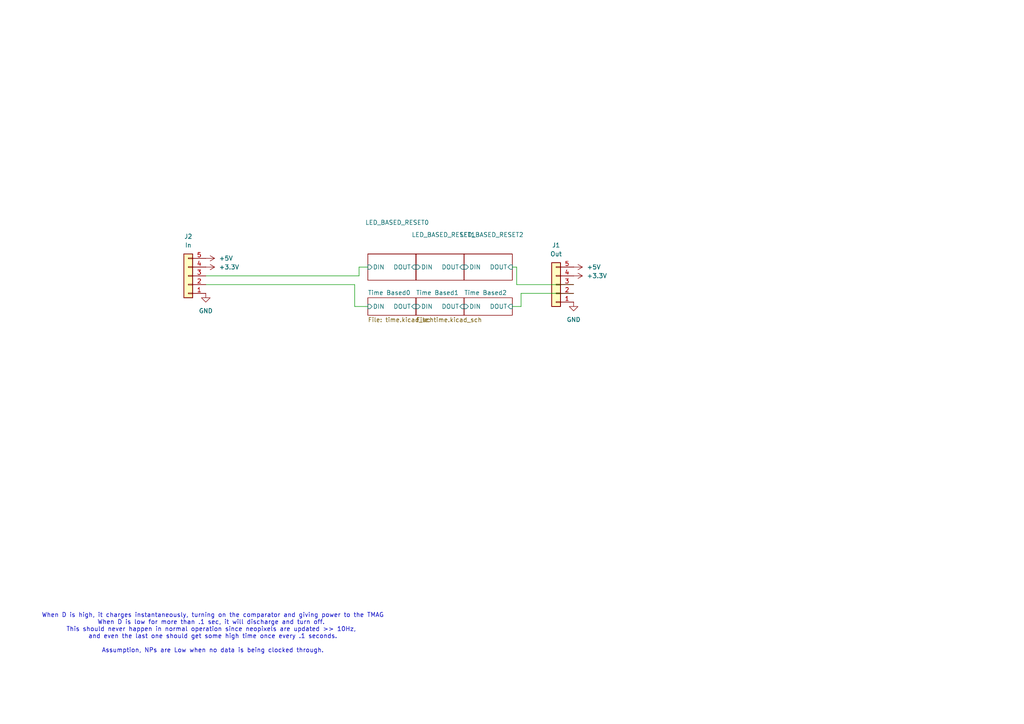
<source format=kicad_sch>
(kicad_sch (version 20231120) (generator "eeschema") (generator_version "8.0")
  (paper "A4")
  (lib_symbols
    (symbol "Connector_Generic:Conn_01x05" (pin_names (offset 1.016) hide)
      (property "Reference" "J" (at 0 7.62 0))
      (property "Value" "Conn_01x05" (at 0 -7.62 0))
      (symbol "Conn_01x05_1_1"
        (rectangle (start -1.27 -4.953) (end 0 -5.207) (stroke (width 0.1524)))
        (rectangle (start -1.27 -2.413) (end 0 -2.667) (stroke (width 0.1524)))
        (rectangle (start -1.27 0.127) (end 0 -0.127) (stroke (width 0.1524)))
        (rectangle (start -1.27 2.667) (end 0 2.413) (stroke (width 0.1524)))
        (rectangle (start -1.27 5.207) (end 0 4.953) (stroke (width 0.1524)))
        (rectangle (start -1.27 6.35) (end 1.27 -6.35) (stroke (width 0.254)) (fill (type background)))
        (pin passive line (at -5.08 5.08 0) (length 3.81) (name "Pin_1") (number "1"))
        (pin passive line (at -5.08 2.54 0) (length 3.81) (name "Pin_2") (number "2"))
        (pin passive line (at -5.08 0 0) (length 3.81) (name "Pin_3") (number "3"))
        (pin passive line (at -5.08 -2.54 0) (length 3.81) (name "Pin_4") (number "4"))
        (pin passive line (at -5.08 -5.08 0) (length 3.81) (name "Pin_5") (number "5"))
      )
    )
    (symbol "power:+3.3V" (power) (pin_numbers hide) (pin_names (offset 0) hide)
      (property "Value" "+3.3V" (at 0 3.556 0))
      (symbol "+3.3V_0_1"
        (polyline (pts (xy -0.762 1.27) (xy 0 2.54)))
        (polyline (pts (xy 0 0) (xy 0 2.54)))
        (polyline (pts (xy 0 2.54) (xy 0.762 1.27)))
      )
      (symbol "+3.3V_1_1"
        (pin power_in line (at 0 0 90) (length 0) (name "~") (number "1"))
      )
    )
    (symbol "power:+5V" (power) (pin_numbers hide) (pin_names (offset 0) hide)
      (property "Value" "+5V" (at 0 3.556 0))
      (symbol "+5V_0_1"
        (polyline (pts (xy -0.762 1.27) (xy 0 2.54)))
        (polyline (pts (xy 0 0) (xy 0 2.54)))
        (polyline (pts (xy 0 2.54) (xy 0.762 1.27)))
      )
      (symbol "+5V_1_1"
        (pin power_in line (at 0 0 90) (length 0) (name "~") (number "1"))
      )
    )
    (symbol "power:GND" (power) (pin_numbers hide) (pin_names (offset 0) hide)
      (property "Value" "GND" (at 0 -3.81 0))
      (symbol "GND_0_1"
        (polyline (pts (xy 0 0) (xy 0 -1.27) (xy 1.27 -1.27) (xy 0 -2.54) (xy -1.27 -1.27) (xy 0 -1.27)))
      )
      (symbol "GND_1_1"
        (pin power_in line (at 0 0 270) (length 0) (name "~") (number "1"))
      )
    )
  )
  (wire (pts (xy 166.37 85.09) (xy 151.13 85.09)))
  (wire (pts (xy 59.69 80.01) (xy 104.14 80.01)))
  (wire (pts (xy 151.13 85.09) (xy 151.13 88.9)))
  (wire (pts (xy 104.14 80.01) (xy 104.14 77.47)))
  (wire (pts (xy 148.59 77.47) (xy 149.86 77.47)))
  (wire (pts (xy 102.87 82.55) (xy 102.87 88.9)))
  (wire (pts (xy 104.14 77.47) (xy 106.68 77.47)))
  (wire (pts (xy 149.86 82.55) (xy 149.86 77.47)))
  (wire (pts (xy 59.69 82.55) (xy 102.87 82.55)))
  (wire (pts (xy 102.87 88.9) (xy 106.68 88.9)))
  (wire (pts (xy 166.37 82.55) (xy 149.86 82.55)))
  (wire (pts (xy 148.59 88.9) (xy 151.13 88.9)))
  (text "When D is high, it charges instantaneously, turning on the comparator and giving power to the TMAG\nWhen D is low for more than .1 sec, it will discharge and turn off. \nThis should never happen in normal operation since neopixels are updated >> 10Hz, \nand even the last one should get some high time once every .1 seconds.\n\nAssumption, NPs are Low when no data is being clocked through." (at 61.722 183.642 0) (effects (font (size 1.27 1.27))))
  (symbol (lib_id "Connector_Generic:Conn_01x05") (at 161.29 82.55 180) (unit 1)
    (property "Reference" "J1" (at 161.29 71.12 0))
    (property "Value" "Out" (at 161.29 73.66 0))
    (property "Footprint" "Connector_PinHeader_2.54mm:PinHeader_1x05_P2.54mm_Vertical" (effects (hide yes)))
    (property "Description" "Generic connector, single row, 01x05, script generated (kicad-library-utils/schlib/autogen/connector/)" (effects (hide yes)))
  )
  (symbol (lib_id "power:+5V") (at 59.69 74.93 270) (mirror x) (unit 1)
    (property "Reference" "#PWR085" (effects (hide yes)))
    (property "Value" "+5V" (at 63.5 74.9299 90) (effects (justify left)))
    (property "Description" "Power symbol creates a global label with name \"+5V\"" (effects (hide yes)))
  )
  (symbol (lib_id "power:GND") (at 59.69 85.09 0) (unit 1)
    (property "Reference" "#PWR087" (effects (hide yes)))
    (property "Value" "GND" (at 59.69 90.17 0))
    (property "Description" "Power symbol creates a global label with name \"GND\" , ground" (effects (hide yes)))
  )
  (symbol (lib_id "power:+5V") (at 166.37 77.47 270) (mirror x) (unit 1)
    (property "Reference" "#PWR088" (effects (hide yes)))
    (property "Value" "+5V" (at 170.18 77.4699 90) (effects (justify left)))
    (property "Description" "Power symbol creates a global label with name \"+5V\"" (effects (hide yes)))
  )
  (symbol (lib_id "Connector_Generic:Conn_01x05") (at 54.61 80.01 180) (unit 1)
    (property "Reference" "J2" (at 54.61 68.58 0))
    (property "Value" "In" (at 54.61 71.12 0))
    (property "Footprint" "Connector_PinHeader_2.54mm:PinHeader_1x05_P2.54mm_Vertical" (effects (hide yes)))
    (property "Description" "Generic connector, single row, 01x05, script generated (kicad-library-utils/schlib/autogen/connector/)" (effects (hide yes)))
  )
  (symbol (lib_id "power:GND") (at 166.37 87.63 0) (unit 1)
    (property "Reference" "#PWR090" (effects (hide yes)))
    (property "Value" "GND" (at 166.37 92.71 0))
    (property "Description" "Power symbol creates a global label with name \"GND\" , ground" (effects (hide yes)))
  )
  (symbol (lib_id "power:+3.3V") (at 59.69 77.47 270) (unit 1)
    (property "Reference" "#PWR086" (effects (hide yes)))
    (property "Value" "+3.3V" (at 63.5 77.4699 90) (effects (justify left)))
    (property "Description" "Power symbol creates a global label with name \"+3.3V\"" (effects (hide yes)))
  )
  (symbol (lib_id "power:+3.3V") (at 166.37 80.01 270) (unit 1)
    (property "Reference" "#PWR089" (effects (hide yes)))
    (property "Value" "+3.3V" (at 170.18 80.0099 90) (effects (justify left)))
    (property "Description" "Power symbol creates a global label with name \"+3.3V\"" (effects (hide yes)))
  )
  (sheet (at 120.65 73.66) (size 13.97 7.62) (stroke (width 0.1524))
    (property "Sheetname" "LED_BASED_RESET1" (at 119.38 68.834 0) (effects (justify left bottom)))
    (property "Sheetfile" "ledreset.kicad_sch" (effects (hide yes)))
    (pin "DIN" input (at 120.65 77.47 180))
    (pin "DOUT" input (at 134.62 77.47 0))
  )
  (sheet (at 134.62 86.36) (size 13.97 5.08) (stroke (width 0.1524))
    (property "Sheetname" "Time Based2" (at 134.62 85.6484 0) (effects (justify left bottom)))
    (property "Sheetfile" "time.kicad_sch" (effects (hide yes)))
    (pin "DOUT" input (at 148.59 88.9 0))
    (pin "DIN" input (at 134.62 88.9 180))
  )
  (sheet (at 106.68 86.36) (size 13.97 5.08) (stroke (width 0.1524))
    (property "Sheetname" "Time Based0" (at 106.68 85.6484 0) (effects (justify left bottom)))
    (property "Sheetfile" "time.kicad_sch" (at 106.68 92.0246 0) (effects (justify left top)))
    (pin "DOUT" input (at 120.65 88.9 0))
    (pin "DIN" input (at 106.68 88.9 180))
  )
  (sheet (at 106.68 73.66) (size 13.97 7.62) (stroke (width 0.1524))
    (property "Sheetname" "LED_BASED_RESET0" (at 105.918 65.278 0) (effects (justify left bottom)))
    (property "Sheetfile" "ledreset.kicad_sch" (effects (hide yes)))
    (pin "DIN" input (at 106.68 77.47 180))
    (pin "DOUT" input (at 120.65 77.47 0))
  )
  (sheet (at 120.65 86.36) (size 13.97 5.08) (stroke (width 0.1524))
    (property "Sheetname" "Time Based1" (at 120.65 85.6484 0) (effects (justify left bottom)))
    (property "Sheetfile" "time.kicad_sch" (at 120.65 92.0246 0) (effects (justify left top)))
    (pin "DOUT" input (at 134.62 88.9 0))
    (pin "DIN" input (at 120.65 88.9 180))
  )
  (sheet (at 134.62 73.66) (size 13.97 7.62) (stroke (width 0.1524))
    (property "Sheetname" "LED_BASED_RESET2" (at 133.35 68.834 0) (effects (justify left bottom)))
    (property "Sheetfile" "ledreset.kicad_sch" (effects (hide yes)))
    (pin "DIN" input (at 134.62 77.47 180))
    (pin "DOUT" input (at 148.59 77.47 0))
  )
)
</source>
